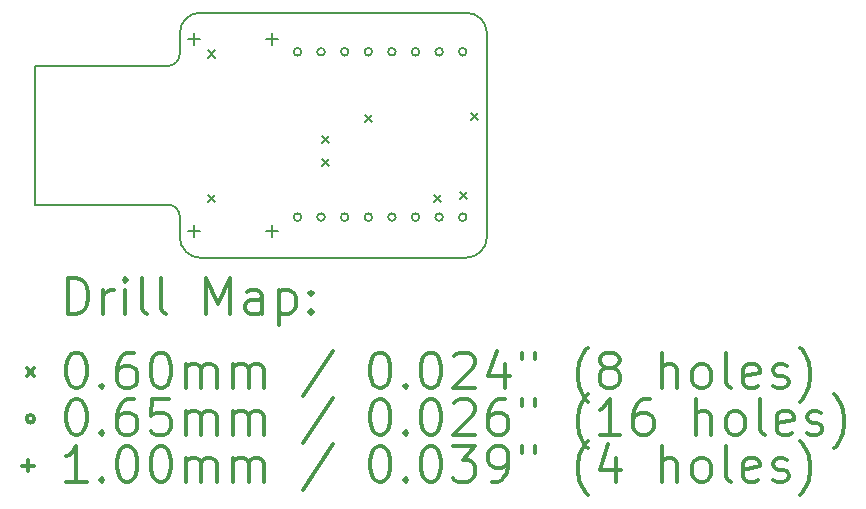
<source format=gbr>
%FSLAX45Y45*%
G04 Gerber Fmt 4.5, Leading zero omitted, Abs format (unit mm)*
G04 Created by KiCad (PCBNEW 5.0.2-bee76a0~70~ubuntu18.04.1) date Thu 14 Nov 2019 06:25:59 PM EST*
%MOMM*%
%LPD*%
G01*
G04 APERTURE LIST*
%ADD10C,0.150000*%
%ADD11C,0.200000*%
%ADD12C,0.300000*%
G04 APERTURE END LIST*
D10*
X1125000Y450000D02*
G75*
G02X1225000Y350000I0J-100000D01*
G01*
X1225000Y175000D02*
X1225000Y350000D01*
X1400000Y0D02*
G75*
G02X1225000Y175000I0J175000D01*
G01*
X3650000Y0D02*
X1400000Y0D01*
X3825000Y175000D02*
G75*
G02X3650000Y0I-175000J0D01*
G01*
X3825000Y1900000D02*
X3825000Y175000D01*
X3650000Y2075000D02*
G75*
G02X3825000Y1900000I0J-175000D01*
G01*
X1400000Y2075000D02*
X3650000Y2075000D01*
X1225000Y1900000D02*
G75*
G02X1400000Y2075000I175000J0D01*
G01*
X1225000Y1725000D02*
X1225000Y1900000D01*
X1225000Y1725000D02*
G75*
G02X1125000Y1625000I-100000J0D01*
G01*
X0Y1625000D02*
X1125000Y1625000D01*
X0Y450000D02*
X0Y1625000D01*
X1125000Y450000D02*
X0Y450000D01*
D11*
X1462500Y535000D02*
X1522500Y475000D01*
X1522500Y535000D02*
X1462500Y475000D01*
X1462837Y1755001D02*
X1522837Y1695001D01*
X1522837Y1755001D02*
X1462837Y1695001D01*
X2425000Y1027500D02*
X2485000Y967500D01*
X2485000Y1027500D02*
X2425000Y967500D01*
X2425000Y835000D02*
X2485000Y775000D01*
X2485000Y835000D02*
X2425000Y775000D01*
X2795000Y1210000D02*
X2855000Y1150000D01*
X2855000Y1210000D02*
X2795000Y1150000D01*
X3375000Y532500D02*
X3435000Y472500D01*
X3435000Y532500D02*
X3375000Y472500D01*
X3593933Y554318D02*
X3653933Y494318D01*
X3653933Y554318D02*
X3593933Y494318D01*
X3692500Y1225000D02*
X3752500Y1165000D01*
X3752500Y1225000D02*
X3692500Y1165000D01*
X2253422Y1743763D02*
G75*
G03X2253422Y1743763I-32500J0D01*
G01*
X2253422Y343763D02*
G75*
G03X2253422Y343763I-32500J0D01*
G01*
X2453422Y1743763D02*
G75*
G03X2453422Y1743763I-32500J0D01*
G01*
X2453422Y343763D02*
G75*
G03X2453422Y343763I-32500J0D01*
G01*
X2653422Y1743763D02*
G75*
G03X2653422Y1743763I-32500J0D01*
G01*
X2653422Y343763D02*
G75*
G03X2653422Y343763I-32500J0D01*
G01*
X2853422Y1743763D02*
G75*
G03X2853422Y1743763I-32500J0D01*
G01*
X2853422Y343763D02*
G75*
G03X2853422Y343763I-32500J0D01*
G01*
X3053422Y1743763D02*
G75*
G03X3053422Y1743763I-32500J0D01*
G01*
X3053422Y343763D02*
G75*
G03X3053422Y343763I-32500J0D01*
G01*
X3253422Y1743763D02*
G75*
G03X3253422Y1743763I-32500J0D01*
G01*
X3253422Y343763D02*
G75*
G03X3253422Y343763I-32500J0D01*
G01*
X3453422Y1743763D02*
G75*
G03X3453422Y1743763I-32500J0D01*
G01*
X3453422Y343763D02*
G75*
G03X3453422Y343763I-32500J0D01*
G01*
X3653422Y1743763D02*
G75*
G03X3653422Y1743763I-32500J0D01*
G01*
X3653422Y343763D02*
G75*
G03X3653422Y343763I-32500J0D01*
G01*
X1345000Y1900000D02*
X1345000Y1800000D01*
X1295000Y1850000D02*
X1395000Y1850000D01*
X2005000Y1900000D02*
X2005000Y1800000D01*
X1955000Y1850000D02*
X2055000Y1850000D01*
X1345000Y275000D02*
X1345000Y175000D01*
X1295000Y225000D02*
X1395000Y225000D01*
X2005000Y275000D02*
X2005000Y175000D01*
X1955000Y225000D02*
X2055000Y225000D01*
D12*
X278928Y-473214D02*
X278928Y-173214D01*
X350357Y-173214D01*
X393214Y-187500D01*
X421786Y-216071D01*
X436071Y-244643D01*
X450357Y-301786D01*
X450357Y-344643D01*
X436071Y-401786D01*
X421786Y-430357D01*
X393214Y-458929D01*
X350357Y-473214D01*
X278928Y-473214D01*
X578928Y-473214D02*
X578928Y-273214D01*
X578928Y-330357D02*
X593214Y-301786D01*
X607500Y-287500D01*
X636071Y-273214D01*
X664643Y-273214D01*
X764643Y-473214D02*
X764643Y-273214D01*
X764643Y-173214D02*
X750357Y-187500D01*
X764643Y-201786D01*
X778928Y-187500D01*
X764643Y-173214D01*
X764643Y-201786D01*
X950357Y-473214D02*
X921786Y-458929D01*
X907500Y-430357D01*
X907500Y-173214D01*
X1107500Y-473214D02*
X1078928Y-458929D01*
X1064643Y-430357D01*
X1064643Y-173214D01*
X1450357Y-473214D02*
X1450357Y-173214D01*
X1550357Y-387500D01*
X1650357Y-173214D01*
X1650357Y-473214D01*
X1921786Y-473214D02*
X1921786Y-316072D01*
X1907500Y-287500D01*
X1878928Y-273214D01*
X1821786Y-273214D01*
X1793214Y-287500D01*
X1921786Y-458929D02*
X1893214Y-473214D01*
X1821786Y-473214D01*
X1793214Y-458929D01*
X1778928Y-430357D01*
X1778928Y-401786D01*
X1793214Y-373214D01*
X1821786Y-358929D01*
X1893214Y-358929D01*
X1921786Y-344643D01*
X2064643Y-273214D02*
X2064643Y-573214D01*
X2064643Y-287500D02*
X2093214Y-273214D01*
X2150357Y-273214D01*
X2178928Y-287500D01*
X2193214Y-301786D01*
X2207500Y-330357D01*
X2207500Y-416071D01*
X2193214Y-444643D01*
X2178928Y-458929D01*
X2150357Y-473214D01*
X2093214Y-473214D01*
X2064643Y-458929D01*
X2336071Y-444643D02*
X2350357Y-458929D01*
X2336071Y-473214D01*
X2321786Y-458929D01*
X2336071Y-444643D01*
X2336071Y-473214D01*
X2336071Y-287500D02*
X2350357Y-301786D01*
X2336071Y-316072D01*
X2321786Y-301786D01*
X2336071Y-287500D01*
X2336071Y-316072D01*
X-67500Y-937500D02*
X-7500Y-997500D01*
X-7500Y-937500D02*
X-67500Y-997500D01*
X336071Y-803214D02*
X364643Y-803214D01*
X393214Y-817500D01*
X407500Y-831786D01*
X421786Y-860357D01*
X436071Y-917500D01*
X436071Y-988929D01*
X421786Y-1046071D01*
X407500Y-1074643D01*
X393214Y-1088929D01*
X364643Y-1103214D01*
X336071Y-1103214D01*
X307500Y-1088929D01*
X293214Y-1074643D01*
X278928Y-1046071D01*
X264643Y-988929D01*
X264643Y-917500D01*
X278928Y-860357D01*
X293214Y-831786D01*
X307500Y-817500D01*
X336071Y-803214D01*
X564643Y-1074643D02*
X578928Y-1088929D01*
X564643Y-1103214D01*
X550357Y-1088929D01*
X564643Y-1074643D01*
X564643Y-1103214D01*
X836071Y-803214D02*
X778928Y-803214D01*
X750357Y-817500D01*
X736071Y-831786D01*
X707500Y-874643D01*
X693214Y-931786D01*
X693214Y-1046071D01*
X707500Y-1074643D01*
X721786Y-1088929D01*
X750357Y-1103214D01*
X807500Y-1103214D01*
X836071Y-1088929D01*
X850357Y-1074643D01*
X864643Y-1046071D01*
X864643Y-974643D01*
X850357Y-946071D01*
X836071Y-931786D01*
X807500Y-917500D01*
X750357Y-917500D01*
X721786Y-931786D01*
X707500Y-946071D01*
X693214Y-974643D01*
X1050357Y-803214D02*
X1078928Y-803214D01*
X1107500Y-817500D01*
X1121786Y-831786D01*
X1136071Y-860357D01*
X1150357Y-917500D01*
X1150357Y-988929D01*
X1136071Y-1046071D01*
X1121786Y-1074643D01*
X1107500Y-1088929D01*
X1078928Y-1103214D01*
X1050357Y-1103214D01*
X1021786Y-1088929D01*
X1007500Y-1074643D01*
X993214Y-1046071D01*
X978928Y-988929D01*
X978928Y-917500D01*
X993214Y-860357D01*
X1007500Y-831786D01*
X1021786Y-817500D01*
X1050357Y-803214D01*
X1278928Y-1103214D02*
X1278928Y-903214D01*
X1278928Y-931786D02*
X1293214Y-917500D01*
X1321786Y-903214D01*
X1364643Y-903214D01*
X1393214Y-917500D01*
X1407500Y-946071D01*
X1407500Y-1103214D01*
X1407500Y-946071D02*
X1421786Y-917500D01*
X1450357Y-903214D01*
X1493214Y-903214D01*
X1521786Y-917500D01*
X1536071Y-946071D01*
X1536071Y-1103214D01*
X1678928Y-1103214D02*
X1678928Y-903214D01*
X1678928Y-931786D02*
X1693214Y-917500D01*
X1721786Y-903214D01*
X1764643Y-903214D01*
X1793214Y-917500D01*
X1807500Y-946071D01*
X1807500Y-1103214D01*
X1807500Y-946071D02*
X1821786Y-917500D01*
X1850357Y-903214D01*
X1893214Y-903214D01*
X1921786Y-917500D01*
X1936071Y-946071D01*
X1936071Y-1103214D01*
X2521786Y-788929D02*
X2264643Y-1174643D01*
X2907500Y-803214D02*
X2936071Y-803214D01*
X2964643Y-817500D01*
X2978928Y-831786D01*
X2993214Y-860357D01*
X3007500Y-917500D01*
X3007500Y-988929D01*
X2993214Y-1046071D01*
X2978928Y-1074643D01*
X2964643Y-1088929D01*
X2936071Y-1103214D01*
X2907500Y-1103214D01*
X2878928Y-1088929D01*
X2864643Y-1074643D01*
X2850357Y-1046071D01*
X2836071Y-988929D01*
X2836071Y-917500D01*
X2850357Y-860357D01*
X2864643Y-831786D01*
X2878928Y-817500D01*
X2907500Y-803214D01*
X3136071Y-1074643D02*
X3150357Y-1088929D01*
X3136071Y-1103214D01*
X3121786Y-1088929D01*
X3136071Y-1074643D01*
X3136071Y-1103214D01*
X3336071Y-803214D02*
X3364643Y-803214D01*
X3393214Y-817500D01*
X3407500Y-831786D01*
X3421786Y-860357D01*
X3436071Y-917500D01*
X3436071Y-988929D01*
X3421786Y-1046071D01*
X3407500Y-1074643D01*
X3393214Y-1088929D01*
X3364643Y-1103214D01*
X3336071Y-1103214D01*
X3307500Y-1088929D01*
X3293214Y-1074643D01*
X3278928Y-1046071D01*
X3264643Y-988929D01*
X3264643Y-917500D01*
X3278928Y-860357D01*
X3293214Y-831786D01*
X3307500Y-817500D01*
X3336071Y-803214D01*
X3550357Y-831786D02*
X3564643Y-817500D01*
X3593214Y-803214D01*
X3664643Y-803214D01*
X3693214Y-817500D01*
X3707500Y-831786D01*
X3721786Y-860357D01*
X3721786Y-888929D01*
X3707500Y-931786D01*
X3536071Y-1103214D01*
X3721786Y-1103214D01*
X3978928Y-903214D02*
X3978928Y-1103214D01*
X3907500Y-788929D02*
X3836071Y-1003214D01*
X4021786Y-1003214D01*
X4121786Y-803214D02*
X4121786Y-860357D01*
X4236071Y-803214D02*
X4236071Y-860357D01*
X4678928Y-1217500D02*
X4664643Y-1203214D01*
X4636071Y-1160357D01*
X4621786Y-1131786D01*
X4607500Y-1088929D01*
X4593214Y-1017500D01*
X4593214Y-960357D01*
X4607500Y-888929D01*
X4621786Y-846071D01*
X4636071Y-817500D01*
X4664643Y-774643D01*
X4678928Y-760357D01*
X4836071Y-931786D02*
X4807500Y-917500D01*
X4793214Y-903214D01*
X4778928Y-874643D01*
X4778928Y-860357D01*
X4793214Y-831786D01*
X4807500Y-817500D01*
X4836071Y-803214D01*
X4893214Y-803214D01*
X4921786Y-817500D01*
X4936071Y-831786D01*
X4950357Y-860357D01*
X4950357Y-874643D01*
X4936071Y-903214D01*
X4921786Y-917500D01*
X4893214Y-931786D01*
X4836071Y-931786D01*
X4807500Y-946071D01*
X4793214Y-960357D01*
X4778928Y-988929D01*
X4778928Y-1046071D01*
X4793214Y-1074643D01*
X4807500Y-1088929D01*
X4836071Y-1103214D01*
X4893214Y-1103214D01*
X4921786Y-1088929D01*
X4936071Y-1074643D01*
X4950357Y-1046071D01*
X4950357Y-988929D01*
X4936071Y-960357D01*
X4921786Y-946071D01*
X4893214Y-931786D01*
X5307500Y-1103214D02*
X5307500Y-803214D01*
X5436071Y-1103214D02*
X5436071Y-946071D01*
X5421786Y-917500D01*
X5393214Y-903214D01*
X5350357Y-903214D01*
X5321786Y-917500D01*
X5307500Y-931786D01*
X5621786Y-1103214D02*
X5593214Y-1088929D01*
X5578928Y-1074643D01*
X5564643Y-1046071D01*
X5564643Y-960357D01*
X5578928Y-931786D01*
X5593214Y-917500D01*
X5621786Y-903214D01*
X5664643Y-903214D01*
X5693214Y-917500D01*
X5707500Y-931786D01*
X5721786Y-960357D01*
X5721786Y-1046071D01*
X5707500Y-1074643D01*
X5693214Y-1088929D01*
X5664643Y-1103214D01*
X5621786Y-1103214D01*
X5893214Y-1103214D02*
X5864643Y-1088929D01*
X5850357Y-1060357D01*
X5850357Y-803214D01*
X6121786Y-1088929D02*
X6093214Y-1103214D01*
X6036071Y-1103214D01*
X6007500Y-1088929D01*
X5993214Y-1060357D01*
X5993214Y-946071D01*
X6007500Y-917500D01*
X6036071Y-903214D01*
X6093214Y-903214D01*
X6121786Y-917500D01*
X6136071Y-946071D01*
X6136071Y-974643D01*
X5993214Y-1003214D01*
X6250357Y-1088929D02*
X6278928Y-1103214D01*
X6336071Y-1103214D01*
X6364643Y-1088929D01*
X6378928Y-1060357D01*
X6378928Y-1046071D01*
X6364643Y-1017500D01*
X6336071Y-1003214D01*
X6293214Y-1003214D01*
X6264643Y-988929D01*
X6250357Y-960357D01*
X6250357Y-946071D01*
X6264643Y-917500D01*
X6293214Y-903214D01*
X6336071Y-903214D01*
X6364643Y-917500D01*
X6478928Y-1217500D02*
X6493214Y-1203214D01*
X6521786Y-1160357D01*
X6536071Y-1131786D01*
X6550357Y-1088929D01*
X6564643Y-1017500D01*
X6564643Y-960357D01*
X6550357Y-888929D01*
X6536071Y-846071D01*
X6521786Y-817500D01*
X6493214Y-774643D01*
X6478928Y-760357D01*
X-7500Y-1363500D02*
G75*
G03X-7500Y-1363500I-32500J0D01*
G01*
X336071Y-1199214D02*
X364643Y-1199214D01*
X393214Y-1213500D01*
X407500Y-1227786D01*
X421786Y-1256357D01*
X436071Y-1313500D01*
X436071Y-1384929D01*
X421786Y-1442071D01*
X407500Y-1470643D01*
X393214Y-1484929D01*
X364643Y-1499214D01*
X336071Y-1499214D01*
X307500Y-1484929D01*
X293214Y-1470643D01*
X278928Y-1442071D01*
X264643Y-1384929D01*
X264643Y-1313500D01*
X278928Y-1256357D01*
X293214Y-1227786D01*
X307500Y-1213500D01*
X336071Y-1199214D01*
X564643Y-1470643D02*
X578928Y-1484929D01*
X564643Y-1499214D01*
X550357Y-1484929D01*
X564643Y-1470643D01*
X564643Y-1499214D01*
X836071Y-1199214D02*
X778928Y-1199214D01*
X750357Y-1213500D01*
X736071Y-1227786D01*
X707500Y-1270643D01*
X693214Y-1327786D01*
X693214Y-1442071D01*
X707500Y-1470643D01*
X721786Y-1484929D01*
X750357Y-1499214D01*
X807500Y-1499214D01*
X836071Y-1484929D01*
X850357Y-1470643D01*
X864643Y-1442071D01*
X864643Y-1370643D01*
X850357Y-1342072D01*
X836071Y-1327786D01*
X807500Y-1313500D01*
X750357Y-1313500D01*
X721786Y-1327786D01*
X707500Y-1342072D01*
X693214Y-1370643D01*
X1136071Y-1199214D02*
X993214Y-1199214D01*
X978928Y-1342072D01*
X993214Y-1327786D01*
X1021786Y-1313500D01*
X1093214Y-1313500D01*
X1121786Y-1327786D01*
X1136071Y-1342072D01*
X1150357Y-1370643D01*
X1150357Y-1442071D01*
X1136071Y-1470643D01*
X1121786Y-1484929D01*
X1093214Y-1499214D01*
X1021786Y-1499214D01*
X993214Y-1484929D01*
X978928Y-1470643D01*
X1278928Y-1499214D02*
X1278928Y-1299214D01*
X1278928Y-1327786D02*
X1293214Y-1313500D01*
X1321786Y-1299214D01*
X1364643Y-1299214D01*
X1393214Y-1313500D01*
X1407500Y-1342072D01*
X1407500Y-1499214D01*
X1407500Y-1342072D02*
X1421786Y-1313500D01*
X1450357Y-1299214D01*
X1493214Y-1299214D01*
X1521786Y-1313500D01*
X1536071Y-1342072D01*
X1536071Y-1499214D01*
X1678928Y-1499214D02*
X1678928Y-1299214D01*
X1678928Y-1327786D02*
X1693214Y-1313500D01*
X1721786Y-1299214D01*
X1764643Y-1299214D01*
X1793214Y-1313500D01*
X1807500Y-1342072D01*
X1807500Y-1499214D01*
X1807500Y-1342072D02*
X1821786Y-1313500D01*
X1850357Y-1299214D01*
X1893214Y-1299214D01*
X1921786Y-1313500D01*
X1936071Y-1342072D01*
X1936071Y-1499214D01*
X2521786Y-1184929D02*
X2264643Y-1570643D01*
X2907500Y-1199214D02*
X2936071Y-1199214D01*
X2964643Y-1213500D01*
X2978928Y-1227786D01*
X2993214Y-1256357D01*
X3007500Y-1313500D01*
X3007500Y-1384929D01*
X2993214Y-1442071D01*
X2978928Y-1470643D01*
X2964643Y-1484929D01*
X2936071Y-1499214D01*
X2907500Y-1499214D01*
X2878928Y-1484929D01*
X2864643Y-1470643D01*
X2850357Y-1442071D01*
X2836071Y-1384929D01*
X2836071Y-1313500D01*
X2850357Y-1256357D01*
X2864643Y-1227786D01*
X2878928Y-1213500D01*
X2907500Y-1199214D01*
X3136071Y-1470643D02*
X3150357Y-1484929D01*
X3136071Y-1499214D01*
X3121786Y-1484929D01*
X3136071Y-1470643D01*
X3136071Y-1499214D01*
X3336071Y-1199214D02*
X3364643Y-1199214D01*
X3393214Y-1213500D01*
X3407500Y-1227786D01*
X3421786Y-1256357D01*
X3436071Y-1313500D01*
X3436071Y-1384929D01*
X3421786Y-1442071D01*
X3407500Y-1470643D01*
X3393214Y-1484929D01*
X3364643Y-1499214D01*
X3336071Y-1499214D01*
X3307500Y-1484929D01*
X3293214Y-1470643D01*
X3278928Y-1442071D01*
X3264643Y-1384929D01*
X3264643Y-1313500D01*
X3278928Y-1256357D01*
X3293214Y-1227786D01*
X3307500Y-1213500D01*
X3336071Y-1199214D01*
X3550357Y-1227786D02*
X3564643Y-1213500D01*
X3593214Y-1199214D01*
X3664643Y-1199214D01*
X3693214Y-1213500D01*
X3707500Y-1227786D01*
X3721786Y-1256357D01*
X3721786Y-1284929D01*
X3707500Y-1327786D01*
X3536071Y-1499214D01*
X3721786Y-1499214D01*
X3978928Y-1199214D02*
X3921786Y-1199214D01*
X3893214Y-1213500D01*
X3878928Y-1227786D01*
X3850357Y-1270643D01*
X3836071Y-1327786D01*
X3836071Y-1442071D01*
X3850357Y-1470643D01*
X3864643Y-1484929D01*
X3893214Y-1499214D01*
X3950357Y-1499214D01*
X3978928Y-1484929D01*
X3993214Y-1470643D01*
X4007500Y-1442071D01*
X4007500Y-1370643D01*
X3993214Y-1342072D01*
X3978928Y-1327786D01*
X3950357Y-1313500D01*
X3893214Y-1313500D01*
X3864643Y-1327786D01*
X3850357Y-1342072D01*
X3836071Y-1370643D01*
X4121786Y-1199214D02*
X4121786Y-1256357D01*
X4236071Y-1199214D02*
X4236071Y-1256357D01*
X4678928Y-1613500D02*
X4664643Y-1599214D01*
X4636071Y-1556357D01*
X4621786Y-1527786D01*
X4607500Y-1484929D01*
X4593214Y-1413500D01*
X4593214Y-1356357D01*
X4607500Y-1284929D01*
X4621786Y-1242072D01*
X4636071Y-1213500D01*
X4664643Y-1170643D01*
X4678928Y-1156357D01*
X4950357Y-1499214D02*
X4778928Y-1499214D01*
X4864643Y-1499214D02*
X4864643Y-1199214D01*
X4836071Y-1242072D01*
X4807500Y-1270643D01*
X4778928Y-1284929D01*
X5207500Y-1199214D02*
X5150357Y-1199214D01*
X5121786Y-1213500D01*
X5107500Y-1227786D01*
X5078928Y-1270643D01*
X5064643Y-1327786D01*
X5064643Y-1442071D01*
X5078928Y-1470643D01*
X5093214Y-1484929D01*
X5121786Y-1499214D01*
X5178928Y-1499214D01*
X5207500Y-1484929D01*
X5221786Y-1470643D01*
X5236071Y-1442071D01*
X5236071Y-1370643D01*
X5221786Y-1342072D01*
X5207500Y-1327786D01*
X5178928Y-1313500D01*
X5121786Y-1313500D01*
X5093214Y-1327786D01*
X5078928Y-1342072D01*
X5064643Y-1370643D01*
X5593214Y-1499214D02*
X5593214Y-1199214D01*
X5721786Y-1499214D02*
X5721786Y-1342072D01*
X5707500Y-1313500D01*
X5678928Y-1299214D01*
X5636071Y-1299214D01*
X5607500Y-1313500D01*
X5593214Y-1327786D01*
X5907500Y-1499214D02*
X5878928Y-1484929D01*
X5864643Y-1470643D01*
X5850357Y-1442071D01*
X5850357Y-1356357D01*
X5864643Y-1327786D01*
X5878928Y-1313500D01*
X5907500Y-1299214D01*
X5950357Y-1299214D01*
X5978928Y-1313500D01*
X5993214Y-1327786D01*
X6007500Y-1356357D01*
X6007500Y-1442071D01*
X5993214Y-1470643D01*
X5978928Y-1484929D01*
X5950357Y-1499214D01*
X5907500Y-1499214D01*
X6178928Y-1499214D02*
X6150357Y-1484929D01*
X6136071Y-1456357D01*
X6136071Y-1199214D01*
X6407500Y-1484929D02*
X6378928Y-1499214D01*
X6321786Y-1499214D01*
X6293214Y-1484929D01*
X6278928Y-1456357D01*
X6278928Y-1342072D01*
X6293214Y-1313500D01*
X6321786Y-1299214D01*
X6378928Y-1299214D01*
X6407500Y-1313500D01*
X6421786Y-1342072D01*
X6421786Y-1370643D01*
X6278928Y-1399214D01*
X6536071Y-1484929D02*
X6564643Y-1499214D01*
X6621786Y-1499214D01*
X6650357Y-1484929D01*
X6664643Y-1456357D01*
X6664643Y-1442071D01*
X6650357Y-1413500D01*
X6621786Y-1399214D01*
X6578928Y-1399214D01*
X6550357Y-1384929D01*
X6536071Y-1356357D01*
X6536071Y-1342072D01*
X6550357Y-1313500D01*
X6578928Y-1299214D01*
X6621786Y-1299214D01*
X6650357Y-1313500D01*
X6764643Y-1613500D02*
X6778928Y-1599214D01*
X6807500Y-1556357D01*
X6821786Y-1527786D01*
X6836071Y-1484929D01*
X6850357Y-1413500D01*
X6850357Y-1356357D01*
X6836071Y-1284929D01*
X6821786Y-1242072D01*
X6807500Y-1213500D01*
X6778928Y-1170643D01*
X6764643Y-1156357D01*
X-57500Y-1709500D02*
X-57500Y-1809500D01*
X-107500Y-1759500D02*
X-7500Y-1759500D01*
X436071Y-1895214D02*
X264643Y-1895214D01*
X350357Y-1895214D02*
X350357Y-1595214D01*
X321786Y-1638071D01*
X293214Y-1666643D01*
X264643Y-1680929D01*
X564643Y-1866643D02*
X578928Y-1880929D01*
X564643Y-1895214D01*
X550357Y-1880929D01*
X564643Y-1866643D01*
X564643Y-1895214D01*
X764643Y-1595214D02*
X793214Y-1595214D01*
X821786Y-1609500D01*
X836071Y-1623786D01*
X850357Y-1652357D01*
X864643Y-1709500D01*
X864643Y-1780929D01*
X850357Y-1838071D01*
X836071Y-1866643D01*
X821786Y-1880929D01*
X793214Y-1895214D01*
X764643Y-1895214D01*
X736071Y-1880929D01*
X721786Y-1866643D01*
X707500Y-1838071D01*
X693214Y-1780929D01*
X693214Y-1709500D01*
X707500Y-1652357D01*
X721786Y-1623786D01*
X736071Y-1609500D01*
X764643Y-1595214D01*
X1050357Y-1595214D02*
X1078928Y-1595214D01*
X1107500Y-1609500D01*
X1121786Y-1623786D01*
X1136071Y-1652357D01*
X1150357Y-1709500D01*
X1150357Y-1780929D01*
X1136071Y-1838071D01*
X1121786Y-1866643D01*
X1107500Y-1880929D01*
X1078928Y-1895214D01*
X1050357Y-1895214D01*
X1021786Y-1880929D01*
X1007500Y-1866643D01*
X993214Y-1838071D01*
X978928Y-1780929D01*
X978928Y-1709500D01*
X993214Y-1652357D01*
X1007500Y-1623786D01*
X1021786Y-1609500D01*
X1050357Y-1595214D01*
X1278928Y-1895214D02*
X1278928Y-1695214D01*
X1278928Y-1723786D02*
X1293214Y-1709500D01*
X1321786Y-1695214D01*
X1364643Y-1695214D01*
X1393214Y-1709500D01*
X1407500Y-1738071D01*
X1407500Y-1895214D01*
X1407500Y-1738071D02*
X1421786Y-1709500D01*
X1450357Y-1695214D01*
X1493214Y-1695214D01*
X1521786Y-1709500D01*
X1536071Y-1738071D01*
X1536071Y-1895214D01*
X1678928Y-1895214D02*
X1678928Y-1695214D01*
X1678928Y-1723786D02*
X1693214Y-1709500D01*
X1721786Y-1695214D01*
X1764643Y-1695214D01*
X1793214Y-1709500D01*
X1807500Y-1738071D01*
X1807500Y-1895214D01*
X1807500Y-1738071D02*
X1821786Y-1709500D01*
X1850357Y-1695214D01*
X1893214Y-1695214D01*
X1921786Y-1709500D01*
X1936071Y-1738071D01*
X1936071Y-1895214D01*
X2521786Y-1580929D02*
X2264643Y-1966643D01*
X2907500Y-1595214D02*
X2936071Y-1595214D01*
X2964643Y-1609500D01*
X2978928Y-1623786D01*
X2993214Y-1652357D01*
X3007500Y-1709500D01*
X3007500Y-1780929D01*
X2993214Y-1838071D01*
X2978928Y-1866643D01*
X2964643Y-1880929D01*
X2936071Y-1895214D01*
X2907500Y-1895214D01*
X2878928Y-1880929D01*
X2864643Y-1866643D01*
X2850357Y-1838071D01*
X2836071Y-1780929D01*
X2836071Y-1709500D01*
X2850357Y-1652357D01*
X2864643Y-1623786D01*
X2878928Y-1609500D01*
X2907500Y-1595214D01*
X3136071Y-1866643D02*
X3150357Y-1880929D01*
X3136071Y-1895214D01*
X3121786Y-1880929D01*
X3136071Y-1866643D01*
X3136071Y-1895214D01*
X3336071Y-1595214D02*
X3364643Y-1595214D01*
X3393214Y-1609500D01*
X3407500Y-1623786D01*
X3421786Y-1652357D01*
X3436071Y-1709500D01*
X3436071Y-1780929D01*
X3421786Y-1838071D01*
X3407500Y-1866643D01*
X3393214Y-1880929D01*
X3364643Y-1895214D01*
X3336071Y-1895214D01*
X3307500Y-1880929D01*
X3293214Y-1866643D01*
X3278928Y-1838071D01*
X3264643Y-1780929D01*
X3264643Y-1709500D01*
X3278928Y-1652357D01*
X3293214Y-1623786D01*
X3307500Y-1609500D01*
X3336071Y-1595214D01*
X3536071Y-1595214D02*
X3721786Y-1595214D01*
X3621786Y-1709500D01*
X3664643Y-1709500D01*
X3693214Y-1723786D01*
X3707500Y-1738071D01*
X3721786Y-1766643D01*
X3721786Y-1838071D01*
X3707500Y-1866643D01*
X3693214Y-1880929D01*
X3664643Y-1895214D01*
X3578928Y-1895214D01*
X3550357Y-1880929D01*
X3536071Y-1866643D01*
X3864643Y-1895214D02*
X3921786Y-1895214D01*
X3950357Y-1880929D01*
X3964643Y-1866643D01*
X3993214Y-1823786D01*
X4007500Y-1766643D01*
X4007500Y-1652357D01*
X3993214Y-1623786D01*
X3978928Y-1609500D01*
X3950357Y-1595214D01*
X3893214Y-1595214D01*
X3864643Y-1609500D01*
X3850357Y-1623786D01*
X3836071Y-1652357D01*
X3836071Y-1723786D01*
X3850357Y-1752357D01*
X3864643Y-1766643D01*
X3893214Y-1780929D01*
X3950357Y-1780929D01*
X3978928Y-1766643D01*
X3993214Y-1752357D01*
X4007500Y-1723786D01*
X4121786Y-1595214D02*
X4121786Y-1652357D01*
X4236071Y-1595214D02*
X4236071Y-1652357D01*
X4678928Y-2009500D02*
X4664643Y-1995214D01*
X4636071Y-1952357D01*
X4621786Y-1923786D01*
X4607500Y-1880929D01*
X4593214Y-1809500D01*
X4593214Y-1752357D01*
X4607500Y-1680929D01*
X4621786Y-1638071D01*
X4636071Y-1609500D01*
X4664643Y-1566643D01*
X4678928Y-1552357D01*
X4921786Y-1695214D02*
X4921786Y-1895214D01*
X4850357Y-1580929D02*
X4778928Y-1795214D01*
X4964643Y-1795214D01*
X5307500Y-1895214D02*
X5307500Y-1595214D01*
X5436071Y-1895214D02*
X5436071Y-1738071D01*
X5421786Y-1709500D01*
X5393214Y-1695214D01*
X5350357Y-1695214D01*
X5321786Y-1709500D01*
X5307500Y-1723786D01*
X5621786Y-1895214D02*
X5593214Y-1880929D01*
X5578928Y-1866643D01*
X5564643Y-1838071D01*
X5564643Y-1752357D01*
X5578928Y-1723786D01*
X5593214Y-1709500D01*
X5621786Y-1695214D01*
X5664643Y-1695214D01*
X5693214Y-1709500D01*
X5707500Y-1723786D01*
X5721786Y-1752357D01*
X5721786Y-1838071D01*
X5707500Y-1866643D01*
X5693214Y-1880929D01*
X5664643Y-1895214D01*
X5621786Y-1895214D01*
X5893214Y-1895214D02*
X5864643Y-1880929D01*
X5850357Y-1852357D01*
X5850357Y-1595214D01*
X6121786Y-1880929D02*
X6093214Y-1895214D01*
X6036071Y-1895214D01*
X6007500Y-1880929D01*
X5993214Y-1852357D01*
X5993214Y-1738071D01*
X6007500Y-1709500D01*
X6036071Y-1695214D01*
X6093214Y-1695214D01*
X6121786Y-1709500D01*
X6136071Y-1738071D01*
X6136071Y-1766643D01*
X5993214Y-1795214D01*
X6250357Y-1880929D02*
X6278928Y-1895214D01*
X6336071Y-1895214D01*
X6364643Y-1880929D01*
X6378928Y-1852357D01*
X6378928Y-1838071D01*
X6364643Y-1809500D01*
X6336071Y-1795214D01*
X6293214Y-1795214D01*
X6264643Y-1780929D01*
X6250357Y-1752357D01*
X6250357Y-1738071D01*
X6264643Y-1709500D01*
X6293214Y-1695214D01*
X6336071Y-1695214D01*
X6364643Y-1709500D01*
X6478928Y-2009500D02*
X6493214Y-1995214D01*
X6521786Y-1952357D01*
X6536071Y-1923786D01*
X6550357Y-1880929D01*
X6564643Y-1809500D01*
X6564643Y-1752357D01*
X6550357Y-1680929D01*
X6536071Y-1638071D01*
X6521786Y-1609500D01*
X6493214Y-1566643D01*
X6478928Y-1552357D01*
M02*

</source>
